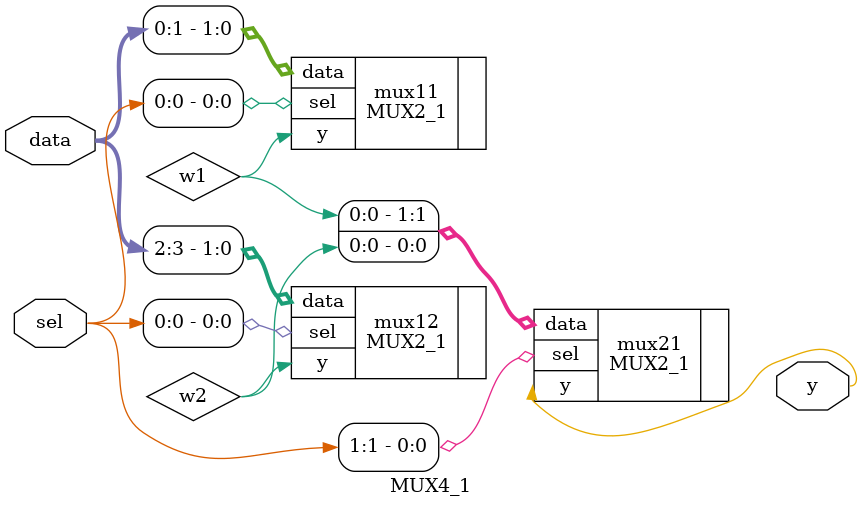
<source format=sv>
module MUX4_1(input [0:3] data, input [1:0] sel, output y);

    wire w1, w2;

    MUX2_1 mux11(.data(data[0:1]), .sel(sel[0]), .y(w1));
    MUX2_1 mux12(.data(data[2:3]), .sel(sel[0]), .y(w2));
    MUX2_1 mux21(.data({w1, w2}), .sel(sel[1]), .y(y));

endmodule
</source>
